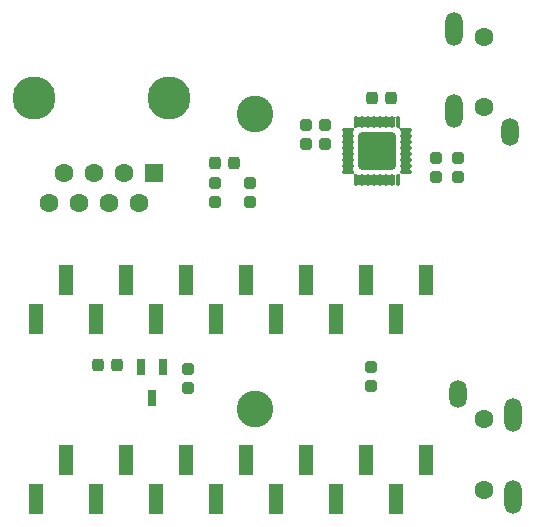
<source format=gbr>
G04 #@! TF.GenerationSoftware,KiCad,Pcbnew,(5.99.0-11678-ga208dac8d8)*
G04 #@! TF.CreationDate,2021-09-01T19:56:06-04:00*
G04 #@! TF.ProjectId,Audio_teensy,41756469-6f5f-4746-9565-6e73792e6b69,1.1*
G04 #@! TF.SameCoordinates,Original*
G04 #@! TF.FileFunction,Soldermask,Top*
G04 #@! TF.FilePolarity,Negative*
%FSLAX46Y46*%
G04 Gerber Fmt 4.6, Leading zero omitted, Abs format (unit mm)*
G04 Created by KiCad (PCBNEW (5.99.0-11678-ga208dac8d8)) date 2021-09-01 19:56:06*
%MOMM*%
%LPD*%
G01*
G04 APERTURE LIST*
G04 Aperture macros list*
%AMRoundRect*
0 Rectangle with rounded corners*
0 $1 Rounding radius*
0 $2 $3 $4 $5 $6 $7 $8 $9 X,Y pos of 4 corners*
0 Add a 4 corners polygon primitive as box body*
4,1,4,$2,$3,$4,$5,$6,$7,$8,$9,$2,$3,0*
0 Add four circle primitives for the rounded corners*
1,1,$1+$1,$2,$3*
1,1,$1+$1,$4,$5*
1,1,$1+$1,$6,$7*
1,1,$1+$1,$8,$9*
0 Add four rect primitives between the rounded corners*
20,1,$1+$1,$2,$3,$4,$5,0*
20,1,$1+$1,$4,$5,$6,$7,0*
20,1,$1+$1,$6,$7,$8,$9,0*
20,1,$1+$1,$8,$9,$2,$3,0*%
G04 Aperture macros list end*
%ADD10C,1.601600*%
%ADD11RoundRect,0.050800X0.750000X0.750000X-0.750000X0.750000X-0.750000X-0.750000X0.750000X-0.750000X0*%
%ADD12C,3.650000*%
%ADD13C,1.600000*%
%ADD14O,1.451600X2.351600*%
%ADD15O,1.451600X2.851600*%
%ADD16RoundRect,0.269550X-0.256250X0.218750X-0.256250X-0.218750X0.256250X-0.218750X0.256250X0.218750X0*%
%ADD17RoundRect,0.269550X0.256250X-0.218750X0.256250X0.218750X-0.256250X0.218750X-0.256250X-0.218750X0*%
%ADD18C,3.101600*%
%ADD19RoundRect,0.269550X-0.218750X-0.256250X0.218750X-0.256250X0.218750X0.256250X-0.218750X0.256250X0*%
%ADD20R,1.000000X2.510000*%
%ADD21RoundRect,0.050800X0.500000X-1.255000X0.500000X1.255000X-0.500000X1.255000X-0.500000X-1.255000X0*%
%ADD22RoundRect,0.050800X-0.325000X0.610000X-0.325000X-0.610000X0.325000X-0.610000X0.325000X0.610000X0*%
%ADD23RoundRect,0.269550X0.218750X0.256250X-0.218750X0.256250X-0.218750X-0.256250X0.218750X-0.256250X0*%
%ADD24RoundRect,0.113300X0.375000X0.062500X-0.375000X0.062500X-0.375000X-0.062500X0.375000X-0.062500X0*%
%ADD25RoundRect,0.113300X0.062500X0.375000X-0.062500X0.375000X-0.062500X-0.375000X0.062500X-0.375000X0*%
%ADD26RoundRect,0.300799X1.300001X1.300001X-1.300001X1.300001X-1.300001X-1.300001X1.300001X-1.300001X0*%
G04 APERTURE END LIST*
D10*
X123265000Y-99880000D03*
X124535000Y-97340000D03*
X125805000Y-99880000D03*
X127075000Y-97340000D03*
X128345000Y-99880000D03*
X129615000Y-97340000D03*
X130885000Y-99880000D03*
D11*
X132155000Y-97340000D03*
D12*
X121995000Y-90990000D03*
X133425000Y-90990000D03*
D13*
X160057500Y-85817500D03*
X160057500Y-91817500D03*
D14*
X162257500Y-93917500D03*
D15*
X157557500Y-85217500D03*
X157557500Y-92117500D03*
D13*
X160057500Y-124182500D03*
X160057500Y-118182500D03*
D14*
X157857500Y-116082500D03*
D15*
X162557500Y-124782500D03*
X162557500Y-117882500D03*
D16*
X146600000Y-93312500D03*
X146600000Y-94887500D03*
X145000000Y-94887500D03*
X145000000Y-93312500D03*
D17*
X156000000Y-97687500D03*
X156000000Y-96112500D03*
X157900000Y-97675000D03*
X157900000Y-96100000D03*
D16*
X140300000Y-98212500D03*
X140300000Y-99787500D03*
X137300000Y-99787500D03*
X137300000Y-98212500D03*
X135050000Y-115537500D03*
X135050000Y-113962500D03*
D17*
X150500000Y-115387500D03*
X150500000Y-113812500D03*
D18*
X140716000Y-117348000D03*
X140716000Y-92348000D03*
D19*
X127412500Y-113600000D03*
X128987500Y-113600000D03*
D20*
X122174000Y-109735000D03*
X124714000Y-106425000D03*
X127254000Y-109735000D03*
X129794000Y-106425000D03*
X132334000Y-109735000D03*
X134874000Y-106425000D03*
X137414000Y-109735000D03*
X139954000Y-106425000D03*
X142494000Y-109735000D03*
X145034000Y-106425000D03*
X147574000Y-109735000D03*
X150114000Y-106425000D03*
X152654000Y-109735000D03*
X155194000Y-106425000D03*
D21*
X122174000Y-124975000D03*
X124714000Y-121665000D03*
X127254000Y-124975000D03*
X129794000Y-121665000D03*
X132334000Y-124975000D03*
X134874000Y-121665000D03*
X137414000Y-124975000D03*
X139954000Y-121665000D03*
X142494000Y-124975000D03*
X145034000Y-121665000D03*
X147574000Y-124975000D03*
X150114000Y-121665000D03*
X152654000Y-124975000D03*
X155194000Y-121665000D03*
X155194000Y-106425000D03*
X152654000Y-109735000D03*
X150114000Y-106425000D03*
X147574000Y-109735000D03*
X145034000Y-106425000D03*
X142494000Y-109735000D03*
X139954000Y-106425000D03*
X137414000Y-109735000D03*
X134874000Y-106425000D03*
X132334000Y-109735000D03*
X129794000Y-106425000D03*
X127254000Y-109735000D03*
X124714000Y-106425000D03*
X122174000Y-109735000D03*
D22*
X132900000Y-113790000D03*
X131000000Y-113790000D03*
X131950000Y-116410000D03*
D23*
X138887500Y-96500000D03*
X137312500Y-96500000D03*
X152187500Y-91000000D03*
X150612500Y-91000000D03*
D24*
X153437500Y-97250000D03*
X153437500Y-96750000D03*
X153437500Y-96250000D03*
X153437500Y-95750000D03*
X153437500Y-95250000D03*
X153437500Y-94750000D03*
X153437500Y-94250000D03*
X153437500Y-93750000D03*
D25*
X152750000Y-93062500D03*
X152250000Y-93062500D03*
X151750000Y-93062500D03*
X151250000Y-93062500D03*
X150750000Y-93062500D03*
X150250000Y-93062500D03*
X149750000Y-93062500D03*
X149250000Y-93062500D03*
D24*
X148562500Y-93750000D03*
X148562500Y-94250000D03*
X148562500Y-94750000D03*
X148562500Y-95250000D03*
X148562500Y-95750000D03*
X148562500Y-96250000D03*
X148562500Y-96750000D03*
X148562500Y-97250000D03*
D25*
X149250000Y-97937500D03*
X149750000Y-97937500D03*
X150250000Y-97937500D03*
X150750000Y-97937500D03*
X151250000Y-97937500D03*
X151750000Y-97937500D03*
X152250000Y-97937500D03*
X152750000Y-97937500D03*
D26*
X151000000Y-95500000D03*
D20*
X122174000Y-124975000D03*
X124714000Y-121665000D03*
X127254000Y-124975000D03*
X129794000Y-121665000D03*
X132334000Y-124975000D03*
X134874000Y-121665000D03*
X137414000Y-124975000D03*
X139954000Y-121665000D03*
X142494000Y-124975000D03*
X145034000Y-121665000D03*
X147574000Y-124975000D03*
X150114000Y-121665000D03*
X152654000Y-124975000D03*
X155194000Y-121665000D03*
G36*
X151403892Y-97495806D02*
G01*
X151450945Y-97535129D01*
X151519661Y-97543760D01*
X151582290Y-97513797D01*
X151589800Y-97505129D01*
X151591690Y-97504475D01*
X151593202Y-97505785D01*
X151592975Y-97507550D01*
X151584709Y-97519921D01*
X151576200Y-97562699D01*
X151576200Y-98312301D01*
X151584709Y-98355079D01*
X151599054Y-98376548D01*
X151599185Y-98378544D01*
X151597522Y-98379655D01*
X151596108Y-98379194D01*
X151549055Y-98339871D01*
X151480339Y-98331240D01*
X151417710Y-98361203D01*
X151410200Y-98369871D01*
X151408310Y-98370525D01*
X151406798Y-98369215D01*
X151407025Y-98367450D01*
X151415291Y-98355079D01*
X151423800Y-98312301D01*
X151423800Y-97562699D01*
X151415291Y-97519921D01*
X151400946Y-97498452D01*
X151400815Y-97496456D01*
X151402478Y-97495345D01*
X151403892Y-97495806D01*
G37*
G36*
X150903892Y-97495806D02*
G01*
X150950945Y-97535129D01*
X151019661Y-97543760D01*
X151082290Y-97513797D01*
X151089800Y-97505129D01*
X151091690Y-97504475D01*
X151093202Y-97505785D01*
X151092975Y-97507550D01*
X151084709Y-97519921D01*
X151076200Y-97562699D01*
X151076200Y-98312301D01*
X151084709Y-98355079D01*
X151099054Y-98376548D01*
X151099185Y-98378544D01*
X151097522Y-98379655D01*
X151096108Y-98379194D01*
X151049055Y-98339871D01*
X150980339Y-98331240D01*
X150917710Y-98361203D01*
X150910200Y-98369871D01*
X150908310Y-98370525D01*
X150906798Y-98369215D01*
X150907025Y-98367450D01*
X150915291Y-98355079D01*
X150923800Y-98312301D01*
X150923800Y-97562699D01*
X150915291Y-97519921D01*
X150900946Y-97498452D01*
X150900815Y-97496456D01*
X150902478Y-97495345D01*
X150903892Y-97495806D01*
G37*
G36*
X151903892Y-97495806D02*
G01*
X151950945Y-97535129D01*
X152019661Y-97543760D01*
X152082290Y-97513797D01*
X152089800Y-97505129D01*
X152091690Y-97504475D01*
X152093202Y-97505785D01*
X152092975Y-97507550D01*
X152084709Y-97519921D01*
X152076200Y-97562699D01*
X152076200Y-98312301D01*
X152084709Y-98355079D01*
X152099054Y-98376548D01*
X152099185Y-98378544D01*
X152097522Y-98379655D01*
X152096108Y-98379194D01*
X152049055Y-98339871D01*
X151980339Y-98331240D01*
X151917710Y-98361203D01*
X151910200Y-98369871D01*
X151908310Y-98370525D01*
X151906798Y-98369215D01*
X151907025Y-98367450D01*
X151915291Y-98355079D01*
X151923800Y-98312301D01*
X151923800Y-97562699D01*
X151915291Y-97519921D01*
X151900946Y-97498452D01*
X151900815Y-97496456D01*
X151902478Y-97495345D01*
X151903892Y-97495806D01*
G37*
G36*
X149403892Y-97495806D02*
G01*
X149450945Y-97535129D01*
X149519661Y-97543760D01*
X149582290Y-97513797D01*
X149589800Y-97505129D01*
X149591690Y-97504475D01*
X149593202Y-97505785D01*
X149592975Y-97507550D01*
X149584709Y-97519921D01*
X149576200Y-97562699D01*
X149576200Y-98312301D01*
X149584709Y-98355079D01*
X149599054Y-98376548D01*
X149599185Y-98378544D01*
X149597522Y-98379655D01*
X149596108Y-98379194D01*
X149549055Y-98339871D01*
X149480339Y-98331240D01*
X149417710Y-98361203D01*
X149410200Y-98369871D01*
X149408310Y-98370525D01*
X149406798Y-98369215D01*
X149407025Y-98367450D01*
X149415291Y-98355079D01*
X149423800Y-98312301D01*
X149423800Y-97562699D01*
X149415291Y-97519921D01*
X149400946Y-97498452D01*
X149400815Y-97496456D01*
X149402478Y-97495345D01*
X149403892Y-97495806D01*
G37*
G36*
X150403892Y-97495806D02*
G01*
X150450945Y-97535129D01*
X150519661Y-97543760D01*
X150582290Y-97513797D01*
X150589800Y-97505129D01*
X150591690Y-97504475D01*
X150593202Y-97505785D01*
X150592975Y-97507550D01*
X150584709Y-97519921D01*
X150576200Y-97562699D01*
X150576200Y-98312301D01*
X150584709Y-98355079D01*
X150599054Y-98376548D01*
X150599185Y-98378544D01*
X150597522Y-98379655D01*
X150596108Y-98379194D01*
X150549055Y-98339871D01*
X150480339Y-98331240D01*
X150417710Y-98361203D01*
X150410200Y-98369871D01*
X150408310Y-98370525D01*
X150406798Y-98369215D01*
X150407025Y-98367450D01*
X150415291Y-98355079D01*
X150423800Y-98312301D01*
X150423800Y-97562699D01*
X150415291Y-97519921D01*
X150400946Y-97498452D01*
X150400815Y-97496456D01*
X150402478Y-97495345D01*
X150403892Y-97495806D01*
G37*
G36*
X152403892Y-97495806D02*
G01*
X152450945Y-97535129D01*
X152519661Y-97543760D01*
X152582290Y-97513797D01*
X152589800Y-97505129D01*
X152591690Y-97504475D01*
X152593202Y-97505785D01*
X152592975Y-97507550D01*
X152584709Y-97519921D01*
X152576200Y-97562699D01*
X152576200Y-98312301D01*
X152584709Y-98355079D01*
X152599054Y-98376548D01*
X152599185Y-98378544D01*
X152597522Y-98379655D01*
X152596108Y-98379194D01*
X152549055Y-98339871D01*
X152480339Y-98331240D01*
X152417710Y-98361203D01*
X152410200Y-98369871D01*
X152408310Y-98370525D01*
X152406798Y-98369215D01*
X152407025Y-98367450D01*
X152415291Y-98355079D01*
X152423800Y-98312301D01*
X152423800Y-97562699D01*
X152415291Y-97519921D01*
X152400946Y-97498452D01*
X152400815Y-97496456D01*
X152402478Y-97495345D01*
X152403892Y-97495806D01*
G37*
G36*
X149903892Y-97495806D02*
G01*
X149950945Y-97535129D01*
X150019661Y-97543760D01*
X150082290Y-97513797D01*
X150089800Y-97505129D01*
X150091690Y-97504475D01*
X150093202Y-97505785D01*
X150092975Y-97507550D01*
X150084709Y-97519921D01*
X150076200Y-97562699D01*
X150076200Y-98312301D01*
X150084709Y-98355079D01*
X150099054Y-98376548D01*
X150099185Y-98378544D01*
X150097522Y-98379655D01*
X150096108Y-98379194D01*
X150049055Y-98339871D01*
X149980339Y-98331240D01*
X149917710Y-98361203D01*
X149910200Y-98369871D01*
X149908310Y-98370525D01*
X149906798Y-98369215D01*
X149907025Y-98367450D01*
X149915291Y-98355079D01*
X149923800Y-98312301D01*
X149923800Y-97562699D01*
X149915291Y-97519921D01*
X149900946Y-97498452D01*
X149900815Y-97496456D01*
X149902478Y-97495345D01*
X149903892Y-97495806D01*
G37*
G36*
X149051982Y-97310969D02*
G01*
X149052119Y-97310996D01*
X149052151Y-97311066D01*
X149052904Y-97311501D01*
X149053164Y-97312323D01*
X149058512Y-97372106D01*
X149100998Y-97426802D01*
X149166471Y-97449902D01*
X149177907Y-97449085D01*
X149179706Y-97449959D01*
X149179849Y-97451954D01*
X149178440Y-97453042D01*
X149144921Y-97459709D01*
X149108827Y-97483827D01*
X149084709Y-97519921D01*
X149076162Y-97562890D01*
X149074843Y-97564394D01*
X149074200Y-97564500D01*
X149073828Y-97564500D01*
X149072096Y-97563500D01*
X149071836Y-97562678D01*
X149066488Y-97502894D01*
X149024002Y-97448198D01*
X148958529Y-97425098D01*
X148947093Y-97425915D01*
X148945294Y-97425041D01*
X148945151Y-97423046D01*
X148946560Y-97421958D01*
X148980079Y-97415291D01*
X149016173Y-97391173D01*
X149040291Y-97355079D01*
X149048838Y-97312110D01*
X149050157Y-97310606D01*
X149050800Y-97310734D01*
X149050800Y-97310501D01*
X149051172Y-97310501D01*
X149051982Y-97310969D01*
G37*
G36*
X152953042Y-97321560D02*
G01*
X152959709Y-97355079D01*
X152983827Y-97391173D01*
X153019921Y-97415291D01*
X153062890Y-97423838D01*
X153064394Y-97425157D01*
X153064500Y-97425800D01*
X153064500Y-97426172D01*
X153063500Y-97427904D01*
X153062678Y-97428164D01*
X153002894Y-97433512D01*
X152948198Y-97475998D01*
X152925098Y-97541471D01*
X152925915Y-97552907D01*
X152925041Y-97554706D01*
X152923046Y-97554849D01*
X152921958Y-97553440D01*
X152915291Y-97519921D01*
X152891173Y-97483827D01*
X152855079Y-97459709D01*
X152812110Y-97451162D01*
X152810606Y-97449843D01*
X152810734Y-97449200D01*
X152810501Y-97449200D01*
X152810501Y-97448828D01*
X152810969Y-97448018D01*
X152810996Y-97447881D01*
X152811066Y-97447849D01*
X152811501Y-97447096D01*
X152812323Y-97446836D01*
X152872106Y-97441488D01*
X152926802Y-97399002D01*
X152949902Y-97333529D01*
X152949085Y-97322093D01*
X152949959Y-97320294D01*
X152951954Y-97320151D01*
X152953042Y-97321560D01*
G37*
G36*
X152291902Y-97099799D02*
G01*
X152291902Y-97101799D01*
X152290499Y-97102772D01*
X152290493Y-97102773D01*
X152290164Y-97102800D01*
X149709836Y-97102800D01*
X149708104Y-97101800D01*
X149708104Y-97099800D01*
X149709836Y-97098800D01*
X152290170Y-97098799D01*
X152291902Y-97099799D01*
G37*
G36*
X149004655Y-96902478D02*
G01*
X149004194Y-96903892D01*
X148964871Y-96950945D01*
X148956240Y-97019661D01*
X148986203Y-97082290D01*
X148994871Y-97089800D01*
X148995525Y-97091690D01*
X148994215Y-97093202D01*
X148992450Y-97092975D01*
X148980079Y-97084709D01*
X148937301Y-97076200D01*
X148187699Y-97076200D01*
X148144921Y-97084709D01*
X148123452Y-97099054D01*
X148121456Y-97099185D01*
X148120345Y-97097522D01*
X148120806Y-97096108D01*
X148160129Y-97049055D01*
X148168760Y-96980339D01*
X148138797Y-96917710D01*
X148130129Y-96910200D01*
X148129475Y-96908310D01*
X148130785Y-96906798D01*
X148132550Y-96907025D01*
X148144921Y-96915291D01*
X148187699Y-96923800D01*
X148937301Y-96923800D01*
X148980079Y-96915291D01*
X149001548Y-96900946D01*
X149003544Y-96900815D01*
X149004655Y-96902478D01*
G37*
G36*
X153879655Y-96902478D02*
G01*
X153879194Y-96903892D01*
X153839871Y-96950945D01*
X153831240Y-97019661D01*
X153861203Y-97082290D01*
X153869871Y-97089800D01*
X153870525Y-97091690D01*
X153869215Y-97093202D01*
X153867450Y-97092975D01*
X153855079Y-97084709D01*
X153812301Y-97076200D01*
X153062699Y-97076200D01*
X153019921Y-97084709D01*
X152998452Y-97099054D01*
X152996456Y-97099185D01*
X152995345Y-97097522D01*
X152995806Y-97096108D01*
X153035129Y-97049055D01*
X153043760Y-96980339D01*
X153013797Y-96917710D01*
X153005129Y-96910200D01*
X153004475Y-96908310D01*
X153005785Y-96906798D01*
X153007550Y-96907025D01*
X153019921Y-96915291D01*
X153062699Y-96923800D01*
X153812301Y-96923800D01*
X153855079Y-96915291D01*
X153876548Y-96900946D01*
X153878544Y-96900815D01*
X153879655Y-96902478D01*
G37*
G36*
X149004655Y-96402478D02*
G01*
X149004194Y-96403892D01*
X148964871Y-96450945D01*
X148956240Y-96519661D01*
X148986203Y-96582290D01*
X148994871Y-96589800D01*
X148995525Y-96591690D01*
X148994215Y-96593202D01*
X148992450Y-96592975D01*
X148980079Y-96584709D01*
X148937301Y-96576200D01*
X148187699Y-96576200D01*
X148144921Y-96584709D01*
X148123452Y-96599054D01*
X148121456Y-96599185D01*
X148120345Y-96597522D01*
X148120806Y-96596108D01*
X148160129Y-96549055D01*
X148168760Y-96480339D01*
X148138797Y-96417710D01*
X148130129Y-96410200D01*
X148129475Y-96408310D01*
X148130785Y-96406798D01*
X148132550Y-96407025D01*
X148144921Y-96415291D01*
X148187699Y-96423800D01*
X148937301Y-96423800D01*
X148980079Y-96415291D01*
X149001548Y-96400946D01*
X149003544Y-96400815D01*
X149004655Y-96402478D01*
G37*
G36*
X153879655Y-96402478D02*
G01*
X153879194Y-96403892D01*
X153839871Y-96450945D01*
X153831240Y-96519661D01*
X153861203Y-96582290D01*
X153869871Y-96589800D01*
X153870525Y-96591690D01*
X153869215Y-96593202D01*
X153867450Y-96592975D01*
X153855079Y-96584709D01*
X153812301Y-96576200D01*
X153062699Y-96576200D01*
X153019921Y-96584709D01*
X152998452Y-96599054D01*
X152996456Y-96599185D01*
X152995345Y-96597522D01*
X152995806Y-96596108D01*
X153035129Y-96549055D01*
X153043760Y-96480339D01*
X153013797Y-96417710D01*
X153005129Y-96410200D01*
X153004475Y-96408310D01*
X153005785Y-96406798D01*
X153007550Y-96407025D01*
X153019921Y-96415291D01*
X153062699Y-96423800D01*
X153812301Y-96423800D01*
X153855079Y-96415291D01*
X153876548Y-96400946D01*
X153878544Y-96400815D01*
X153879655Y-96402478D01*
G37*
G36*
X153879655Y-95902478D02*
G01*
X153879194Y-95903892D01*
X153839871Y-95950945D01*
X153831240Y-96019661D01*
X153861203Y-96082290D01*
X153869871Y-96089800D01*
X153870525Y-96091690D01*
X153869215Y-96093202D01*
X153867450Y-96092975D01*
X153855079Y-96084709D01*
X153812301Y-96076200D01*
X153062699Y-96076200D01*
X153019921Y-96084709D01*
X152998452Y-96099054D01*
X152996456Y-96099185D01*
X152995345Y-96097522D01*
X152995806Y-96096108D01*
X153035129Y-96049055D01*
X153043760Y-95980339D01*
X153013797Y-95917710D01*
X153005129Y-95910200D01*
X153004475Y-95908310D01*
X153005785Y-95906798D01*
X153007550Y-95907025D01*
X153019921Y-95915291D01*
X153062699Y-95923800D01*
X153812301Y-95923800D01*
X153855079Y-95915291D01*
X153876548Y-95900946D01*
X153878544Y-95900815D01*
X153879655Y-95902478D01*
G37*
G36*
X149004655Y-95902478D02*
G01*
X149004194Y-95903892D01*
X148964871Y-95950945D01*
X148956240Y-96019661D01*
X148986203Y-96082290D01*
X148994871Y-96089800D01*
X148995525Y-96091690D01*
X148994215Y-96093202D01*
X148992450Y-96092975D01*
X148980079Y-96084709D01*
X148937301Y-96076200D01*
X148187699Y-96076200D01*
X148144921Y-96084709D01*
X148123452Y-96099054D01*
X148121456Y-96099185D01*
X148120345Y-96097522D01*
X148120806Y-96096108D01*
X148160129Y-96049055D01*
X148168760Y-95980339D01*
X148138797Y-95917710D01*
X148130129Y-95910200D01*
X148129475Y-95908310D01*
X148130785Y-95906798D01*
X148132550Y-95907025D01*
X148144921Y-95915291D01*
X148187699Y-95923800D01*
X148937301Y-95923800D01*
X148980079Y-95915291D01*
X149001548Y-95900946D01*
X149003544Y-95900815D01*
X149004655Y-95902478D01*
G37*
G36*
X149004655Y-95402478D02*
G01*
X149004194Y-95403892D01*
X148964871Y-95450945D01*
X148956240Y-95519661D01*
X148986203Y-95582290D01*
X148994871Y-95589800D01*
X148995525Y-95591690D01*
X148994215Y-95593202D01*
X148992450Y-95592975D01*
X148980079Y-95584709D01*
X148937301Y-95576200D01*
X148187699Y-95576200D01*
X148144921Y-95584709D01*
X148123452Y-95599054D01*
X148121456Y-95599185D01*
X148120345Y-95597522D01*
X148120806Y-95596108D01*
X148160129Y-95549055D01*
X148168760Y-95480339D01*
X148138797Y-95417710D01*
X148130129Y-95410200D01*
X148129475Y-95408310D01*
X148130785Y-95406798D01*
X148132550Y-95407025D01*
X148144921Y-95415291D01*
X148187699Y-95423800D01*
X148937301Y-95423800D01*
X148980079Y-95415291D01*
X149001548Y-95400946D01*
X149003544Y-95400815D01*
X149004655Y-95402478D01*
G37*
G36*
X153879655Y-95402478D02*
G01*
X153879194Y-95403892D01*
X153839871Y-95450945D01*
X153831240Y-95519661D01*
X153861203Y-95582290D01*
X153869871Y-95589800D01*
X153870525Y-95591690D01*
X153869215Y-95593202D01*
X153867450Y-95592975D01*
X153855079Y-95584709D01*
X153812301Y-95576200D01*
X153062699Y-95576200D01*
X153019921Y-95584709D01*
X152998452Y-95599054D01*
X152996456Y-95599185D01*
X152995345Y-95597522D01*
X152995806Y-95596108D01*
X153035129Y-95549055D01*
X153043760Y-95480339D01*
X153013797Y-95417710D01*
X153005129Y-95410200D01*
X153004475Y-95408310D01*
X153005785Y-95406798D01*
X153007550Y-95407025D01*
X153019921Y-95415291D01*
X153062699Y-95423800D01*
X153812301Y-95423800D01*
X153855079Y-95415291D01*
X153876548Y-95400946D01*
X153878544Y-95400815D01*
X153879655Y-95402478D01*
G37*
G36*
X153879655Y-94902478D02*
G01*
X153879194Y-94903892D01*
X153839871Y-94950945D01*
X153831240Y-95019661D01*
X153861203Y-95082290D01*
X153869871Y-95089800D01*
X153870525Y-95091690D01*
X153869215Y-95093202D01*
X153867450Y-95092975D01*
X153855079Y-95084709D01*
X153812301Y-95076200D01*
X153062699Y-95076200D01*
X153019921Y-95084709D01*
X152998452Y-95099054D01*
X152996456Y-95099185D01*
X152995345Y-95097522D01*
X152995806Y-95096108D01*
X153035129Y-95049055D01*
X153043760Y-94980339D01*
X153013797Y-94917710D01*
X153005129Y-94910200D01*
X153004475Y-94908310D01*
X153005785Y-94906798D01*
X153007550Y-94907025D01*
X153019921Y-94915291D01*
X153062699Y-94923800D01*
X153812301Y-94923800D01*
X153855079Y-94915291D01*
X153876548Y-94900946D01*
X153878544Y-94900815D01*
X153879655Y-94902478D01*
G37*
G36*
X149004655Y-94902478D02*
G01*
X149004194Y-94903892D01*
X148964871Y-94950945D01*
X148956240Y-95019661D01*
X148986203Y-95082290D01*
X148994871Y-95089800D01*
X148995525Y-95091690D01*
X148994215Y-95093202D01*
X148992450Y-95092975D01*
X148980079Y-95084709D01*
X148937301Y-95076200D01*
X148187699Y-95076200D01*
X148144921Y-95084709D01*
X148123452Y-95099054D01*
X148121456Y-95099185D01*
X148120345Y-95097522D01*
X148120806Y-95096108D01*
X148160129Y-95049055D01*
X148168760Y-94980339D01*
X148138797Y-94917710D01*
X148130129Y-94910200D01*
X148129475Y-94908310D01*
X148130785Y-94906798D01*
X148132550Y-94907025D01*
X148144921Y-94915291D01*
X148187699Y-94923800D01*
X148937301Y-94923800D01*
X148980079Y-94915291D01*
X149001548Y-94900946D01*
X149003544Y-94900815D01*
X149004655Y-94902478D01*
G37*
G36*
X153879655Y-94402478D02*
G01*
X153879194Y-94403892D01*
X153839871Y-94450945D01*
X153831240Y-94519661D01*
X153861203Y-94582290D01*
X153869871Y-94589800D01*
X153870525Y-94591690D01*
X153869215Y-94593202D01*
X153867450Y-94592975D01*
X153855079Y-94584709D01*
X153812301Y-94576200D01*
X153062699Y-94576200D01*
X153019921Y-94584709D01*
X152998452Y-94599054D01*
X152996456Y-94599185D01*
X152995345Y-94597522D01*
X152995806Y-94596108D01*
X153035129Y-94549055D01*
X153043760Y-94480339D01*
X153013797Y-94417710D01*
X153005129Y-94410200D01*
X153004475Y-94408310D01*
X153005785Y-94406798D01*
X153007550Y-94407025D01*
X153019921Y-94415291D01*
X153062699Y-94423800D01*
X153812301Y-94423800D01*
X153855079Y-94415291D01*
X153876548Y-94400946D01*
X153878544Y-94400815D01*
X153879655Y-94402478D01*
G37*
G36*
X149004655Y-94402478D02*
G01*
X149004194Y-94403892D01*
X148964871Y-94450945D01*
X148956240Y-94519661D01*
X148986203Y-94582290D01*
X148994871Y-94589800D01*
X148995525Y-94591690D01*
X148994215Y-94593202D01*
X148992450Y-94592975D01*
X148980079Y-94584709D01*
X148937301Y-94576200D01*
X148187699Y-94576200D01*
X148144921Y-94584709D01*
X148123452Y-94599054D01*
X148121456Y-94599185D01*
X148120345Y-94597522D01*
X148120806Y-94596108D01*
X148160129Y-94549055D01*
X148168760Y-94480339D01*
X148138797Y-94417710D01*
X148130129Y-94410200D01*
X148129475Y-94408310D01*
X148130785Y-94406798D01*
X148132550Y-94407025D01*
X148144921Y-94415291D01*
X148187699Y-94423800D01*
X148937301Y-94423800D01*
X148980079Y-94415291D01*
X149001548Y-94400946D01*
X149003544Y-94400815D01*
X149004655Y-94402478D01*
G37*
G36*
X153879655Y-93902478D02*
G01*
X153879194Y-93903892D01*
X153839871Y-93950945D01*
X153831240Y-94019661D01*
X153861203Y-94082290D01*
X153869871Y-94089800D01*
X153870525Y-94091690D01*
X153869215Y-94093202D01*
X153867450Y-94092975D01*
X153855079Y-94084709D01*
X153812301Y-94076200D01*
X153062699Y-94076200D01*
X153019921Y-94084709D01*
X152998452Y-94099054D01*
X152996456Y-94099185D01*
X152995345Y-94097522D01*
X152995806Y-94096108D01*
X153035129Y-94049055D01*
X153043760Y-93980339D01*
X153013797Y-93917710D01*
X153005129Y-93910200D01*
X153004475Y-93908310D01*
X153005785Y-93906798D01*
X153007550Y-93907025D01*
X153019921Y-93915291D01*
X153062699Y-93923800D01*
X153812301Y-93923800D01*
X153855079Y-93915291D01*
X153876548Y-93900946D01*
X153878544Y-93900815D01*
X153879655Y-93902478D01*
G37*
G36*
X149004655Y-93902478D02*
G01*
X149004194Y-93903892D01*
X148964871Y-93950945D01*
X148956240Y-94019661D01*
X148986203Y-94082290D01*
X148994871Y-94089800D01*
X148995525Y-94091690D01*
X148994215Y-94093202D01*
X148992450Y-94092975D01*
X148980079Y-94084709D01*
X148937301Y-94076200D01*
X148187699Y-94076200D01*
X148144921Y-94084709D01*
X148123452Y-94099054D01*
X148121456Y-94099185D01*
X148120345Y-94097522D01*
X148120806Y-94096108D01*
X148160129Y-94049055D01*
X148168760Y-93980339D01*
X148138797Y-93917710D01*
X148130129Y-93910200D01*
X148129475Y-93908310D01*
X148130785Y-93906798D01*
X148132550Y-93907025D01*
X148144921Y-93915291D01*
X148187699Y-93923800D01*
X148937301Y-93923800D01*
X148980079Y-93915291D01*
X149001548Y-93900946D01*
X149003544Y-93900815D01*
X149004655Y-93902478D01*
G37*
G36*
X152291896Y-93898200D02*
G01*
X152291896Y-93900200D01*
X152290164Y-93901200D01*
X149709830Y-93901201D01*
X149708098Y-93900201D01*
X149708098Y-93898201D01*
X149709501Y-93897228D01*
X149709507Y-93897227D01*
X149709836Y-93897200D01*
X152290164Y-93897200D01*
X152291896Y-93898200D01*
G37*
G36*
X152927904Y-93436500D02*
G01*
X152928164Y-93437322D01*
X152933512Y-93497106D01*
X152975998Y-93551802D01*
X153041471Y-93574902D01*
X153052907Y-93574085D01*
X153054706Y-93574959D01*
X153054849Y-93576954D01*
X153053440Y-93578042D01*
X153019921Y-93584709D01*
X152983827Y-93608827D01*
X152959709Y-93644921D01*
X152951162Y-93687889D01*
X152949843Y-93689393D01*
X152949200Y-93689499D01*
X152948828Y-93689499D01*
X152947096Y-93688499D01*
X152946836Y-93687677D01*
X152941488Y-93627894D01*
X152899002Y-93573198D01*
X152833529Y-93550098D01*
X152822093Y-93550915D01*
X152820294Y-93550041D01*
X152820151Y-93548046D01*
X152821560Y-93546958D01*
X152855079Y-93540291D01*
X152891173Y-93516173D01*
X152915291Y-93480079D01*
X152923838Y-93437110D01*
X152925157Y-93435606D01*
X152925800Y-93435500D01*
X152926172Y-93435500D01*
X152927904Y-93436500D01*
G37*
G36*
X149078042Y-93446560D02*
G01*
X149084709Y-93480079D01*
X149108827Y-93516173D01*
X149144921Y-93540291D01*
X149187890Y-93548838D01*
X149189394Y-93550157D01*
X149189266Y-93550800D01*
X149189499Y-93550800D01*
X149189499Y-93551172D01*
X149189031Y-93551982D01*
X149189004Y-93552119D01*
X149188934Y-93552151D01*
X149188499Y-93552904D01*
X149187677Y-93553164D01*
X149127894Y-93558512D01*
X149073198Y-93600998D01*
X149050098Y-93666471D01*
X149050915Y-93677907D01*
X149050041Y-93679706D01*
X149048046Y-93679849D01*
X149046958Y-93678440D01*
X149040291Y-93644921D01*
X149016173Y-93608827D01*
X148980079Y-93584709D01*
X148937110Y-93576162D01*
X148935606Y-93574843D01*
X148935500Y-93574200D01*
X148935500Y-93573828D01*
X148936500Y-93572096D01*
X148937322Y-93571836D01*
X148997106Y-93566488D01*
X149051802Y-93524002D01*
X149074902Y-93458529D01*
X149074085Y-93447093D01*
X149074959Y-93445294D01*
X149076954Y-93445151D01*
X149078042Y-93446560D01*
G37*
G36*
X150403892Y-92620806D02*
G01*
X150450945Y-92660129D01*
X150519661Y-92668760D01*
X150582290Y-92638797D01*
X150589800Y-92630129D01*
X150591690Y-92629475D01*
X150593202Y-92630785D01*
X150592975Y-92632550D01*
X150584709Y-92644921D01*
X150576200Y-92687699D01*
X150576200Y-93437301D01*
X150584709Y-93480079D01*
X150599054Y-93501548D01*
X150599185Y-93503544D01*
X150597522Y-93504655D01*
X150596108Y-93504194D01*
X150549055Y-93464871D01*
X150480339Y-93456240D01*
X150417710Y-93486203D01*
X150410200Y-93494871D01*
X150408310Y-93495525D01*
X150406798Y-93494215D01*
X150407025Y-93492450D01*
X150415291Y-93480079D01*
X150423800Y-93437301D01*
X150423800Y-92687699D01*
X150415291Y-92644921D01*
X150400946Y-92623452D01*
X150400815Y-92621456D01*
X150402478Y-92620345D01*
X150403892Y-92620806D01*
G37*
G36*
X151903892Y-92620806D02*
G01*
X151950945Y-92660129D01*
X152019661Y-92668760D01*
X152082290Y-92638797D01*
X152089800Y-92630129D01*
X152091690Y-92629475D01*
X152093202Y-92630785D01*
X152092975Y-92632550D01*
X152084709Y-92644921D01*
X152076200Y-92687699D01*
X152076200Y-93437301D01*
X152084709Y-93480079D01*
X152099054Y-93501548D01*
X152099185Y-93503544D01*
X152097522Y-93504655D01*
X152096108Y-93504194D01*
X152049055Y-93464871D01*
X151980339Y-93456240D01*
X151917710Y-93486203D01*
X151910200Y-93494871D01*
X151908310Y-93495525D01*
X151906798Y-93494215D01*
X151907025Y-93492450D01*
X151915291Y-93480079D01*
X151923800Y-93437301D01*
X151923800Y-92687699D01*
X151915291Y-92644921D01*
X151900946Y-92623452D01*
X151900815Y-92621456D01*
X151902478Y-92620345D01*
X151903892Y-92620806D01*
G37*
G36*
X150903892Y-92620806D02*
G01*
X150950945Y-92660129D01*
X151019661Y-92668760D01*
X151082290Y-92638797D01*
X151089800Y-92630129D01*
X151091690Y-92629475D01*
X151093202Y-92630785D01*
X151092975Y-92632550D01*
X151084709Y-92644921D01*
X151076200Y-92687699D01*
X151076200Y-93437301D01*
X151084709Y-93480079D01*
X151099054Y-93501548D01*
X151099185Y-93503544D01*
X151097522Y-93504655D01*
X151096108Y-93504194D01*
X151049055Y-93464871D01*
X150980339Y-93456240D01*
X150917710Y-93486203D01*
X150910200Y-93494871D01*
X150908310Y-93495525D01*
X150906798Y-93494215D01*
X150907025Y-93492450D01*
X150915291Y-93480079D01*
X150923800Y-93437301D01*
X150923800Y-92687699D01*
X150915291Y-92644921D01*
X150900946Y-92623452D01*
X150900815Y-92621456D01*
X150902478Y-92620345D01*
X150903892Y-92620806D01*
G37*
G36*
X151403892Y-92620806D02*
G01*
X151450945Y-92660129D01*
X151519661Y-92668760D01*
X151582290Y-92638797D01*
X151589800Y-92630129D01*
X151591690Y-92629475D01*
X151593202Y-92630785D01*
X151592975Y-92632550D01*
X151584709Y-92644921D01*
X151576200Y-92687699D01*
X151576200Y-93437301D01*
X151584709Y-93480079D01*
X151599054Y-93501548D01*
X151599185Y-93503544D01*
X151597522Y-93504655D01*
X151596108Y-93504194D01*
X151549055Y-93464871D01*
X151480339Y-93456240D01*
X151417710Y-93486203D01*
X151410200Y-93494871D01*
X151408310Y-93495525D01*
X151406798Y-93494215D01*
X151407025Y-93492450D01*
X151415291Y-93480079D01*
X151423800Y-93437301D01*
X151423800Y-92687699D01*
X151415291Y-92644921D01*
X151400946Y-92623452D01*
X151400815Y-92621456D01*
X151402478Y-92620345D01*
X151403892Y-92620806D01*
G37*
G36*
X149403892Y-92620806D02*
G01*
X149450945Y-92660129D01*
X149519661Y-92668760D01*
X149582290Y-92638797D01*
X149589800Y-92630129D01*
X149591690Y-92629475D01*
X149593202Y-92630785D01*
X149592975Y-92632550D01*
X149584709Y-92644921D01*
X149576200Y-92687699D01*
X149576200Y-93437301D01*
X149584709Y-93480079D01*
X149599054Y-93501548D01*
X149599185Y-93503544D01*
X149597522Y-93504655D01*
X149596108Y-93504194D01*
X149549055Y-93464871D01*
X149480339Y-93456240D01*
X149417710Y-93486203D01*
X149410200Y-93494871D01*
X149408310Y-93495525D01*
X149406798Y-93494215D01*
X149407025Y-93492450D01*
X149415291Y-93480079D01*
X149423800Y-93437301D01*
X149423800Y-92687699D01*
X149415291Y-92644921D01*
X149400946Y-92623452D01*
X149400815Y-92621456D01*
X149402478Y-92620345D01*
X149403892Y-92620806D01*
G37*
G36*
X152403892Y-92620806D02*
G01*
X152450945Y-92660129D01*
X152519661Y-92668760D01*
X152582290Y-92638797D01*
X152589800Y-92630129D01*
X152591690Y-92629475D01*
X152593202Y-92630785D01*
X152592975Y-92632550D01*
X152584709Y-92644921D01*
X152576200Y-92687699D01*
X152576200Y-93437301D01*
X152584709Y-93480079D01*
X152599054Y-93501548D01*
X152599185Y-93503544D01*
X152597522Y-93504655D01*
X152596108Y-93504194D01*
X152549055Y-93464871D01*
X152480339Y-93456240D01*
X152417710Y-93486203D01*
X152410200Y-93494871D01*
X152408310Y-93495525D01*
X152406798Y-93494215D01*
X152407025Y-93492450D01*
X152415291Y-93480079D01*
X152423800Y-93437301D01*
X152423800Y-92687699D01*
X152415291Y-92644921D01*
X152400946Y-92623452D01*
X152400815Y-92621456D01*
X152402478Y-92620345D01*
X152403892Y-92620806D01*
G37*
G36*
X149903892Y-92620806D02*
G01*
X149950945Y-92660129D01*
X150019661Y-92668760D01*
X150082290Y-92638797D01*
X150089800Y-92630129D01*
X150091690Y-92629475D01*
X150093202Y-92630785D01*
X150092975Y-92632550D01*
X150084709Y-92644921D01*
X150076200Y-92687699D01*
X150076200Y-93437301D01*
X150084709Y-93480079D01*
X150099054Y-93501548D01*
X150099185Y-93503544D01*
X150097522Y-93504655D01*
X150096108Y-93504194D01*
X150049055Y-93464871D01*
X149980339Y-93456240D01*
X149917710Y-93486203D01*
X149910200Y-93494871D01*
X149908310Y-93495525D01*
X149906798Y-93494215D01*
X149907025Y-93492450D01*
X149915291Y-93480079D01*
X149923800Y-93437301D01*
X149923800Y-92687699D01*
X149915291Y-92644921D01*
X149900946Y-92623452D01*
X149900815Y-92621456D01*
X149902478Y-92620345D01*
X149903892Y-92620806D01*
G37*
M02*

</source>
